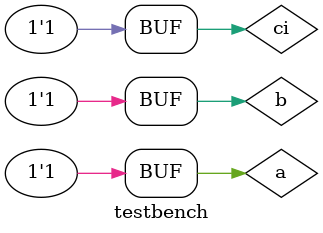
<source format=v>
module testbench();
    reg a, b, ci;
    wire co, s;
    inverter inv1(.a(a), .b(b), .ci(ci), .co(co), .s(s));

    initial begin
      $dumpfile("dump.vcd");
      $dumpvars(1);
        a = 0; b = 0; ci = 0;
        #10;
        a = 0; b = 0; ci = 1;
        #10;
        a =1; b = 0; ci = 1;
      	#10;
      	a = 1; b = 1; ci = 1;
      	#10;
    end
endmodule
</source>
